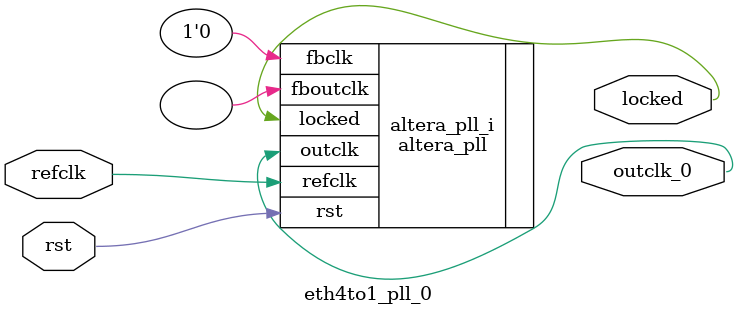
<source format=v>
`timescale 1ns/10ps
module  eth4to1_pll_0(

	// interface 'refclk'
	input wire refclk,

	// interface 'reset'
	input wire rst,

	// interface 'outclk0'
	output wire outclk_0,

	// interface 'locked'
	output wire locked
);

	altera_pll #(
		.fractional_vco_multiplier("false"),
		.reference_clock_frequency("156.25 MHz"),
		.operation_mode("direct"),
		.number_of_clocks(1),
		.output_clock_frequency0("312.500000 MHz"),
		.phase_shift0("0 ps"),
		.duty_cycle0(50),
		.output_clock_frequency1("0 MHz"),
		.phase_shift1("0 ps"),
		.duty_cycle1(50),
		.output_clock_frequency2("0 MHz"),
		.phase_shift2("0 ps"),
		.duty_cycle2(50),
		.output_clock_frequency3("0 MHz"),
		.phase_shift3("0 ps"),
		.duty_cycle3(50),
		.output_clock_frequency4("0 MHz"),
		.phase_shift4("0 ps"),
		.duty_cycle4(50),
		.output_clock_frequency5("0 MHz"),
		.phase_shift5("0 ps"),
		.duty_cycle5(50),
		.output_clock_frequency6("0 MHz"),
		.phase_shift6("0 ps"),
		.duty_cycle6(50),
		.output_clock_frequency7("0 MHz"),
		.phase_shift7("0 ps"),
		.duty_cycle7(50),
		.output_clock_frequency8("0 MHz"),
		.phase_shift8("0 ps"),
		.duty_cycle8(50),
		.output_clock_frequency9("0 MHz"),
		.phase_shift9("0 ps"),
		.duty_cycle9(50),
		.output_clock_frequency10("0 MHz"),
		.phase_shift10("0 ps"),
		.duty_cycle10(50),
		.output_clock_frequency11("0 MHz"),
		.phase_shift11("0 ps"),
		.duty_cycle11(50),
		.output_clock_frequency12("0 MHz"),
		.phase_shift12("0 ps"),
		.duty_cycle12(50),
		.output_clock_frequency13("0 MHz"),
		.phase_shift13("0 ps"),
		.duty_cycle13(50),
		.output_clock_frequency14("0 MHz"),
		.phase_shift14("0 ps"),
		.duty_cycle14(50),
		.output_clock_frequency15("0 MHz"),
		.phase_shift15("0 ps"),
		.duty_cycle15(50),
		.output_clock_frequency16("0 MHz"),
		.phase_shift16("0 ps"),
		.duty_cycle16(50),
		.output_clock_frequency17("0 MHz"),
		.phase_shift17("0 ps"),
		.duty_cycle17(50),
		.pll_type("General"),
		.pll_subtype("General")
	) altera_pll_i (
		.rst	(rst),
		.outclk	({outclk_0}),
		.locked	(locked),
		.fboutclk	( ),
		.fbclk	(1'b0),
		.refclk	(refclk)
	);
endmodule


</source>
